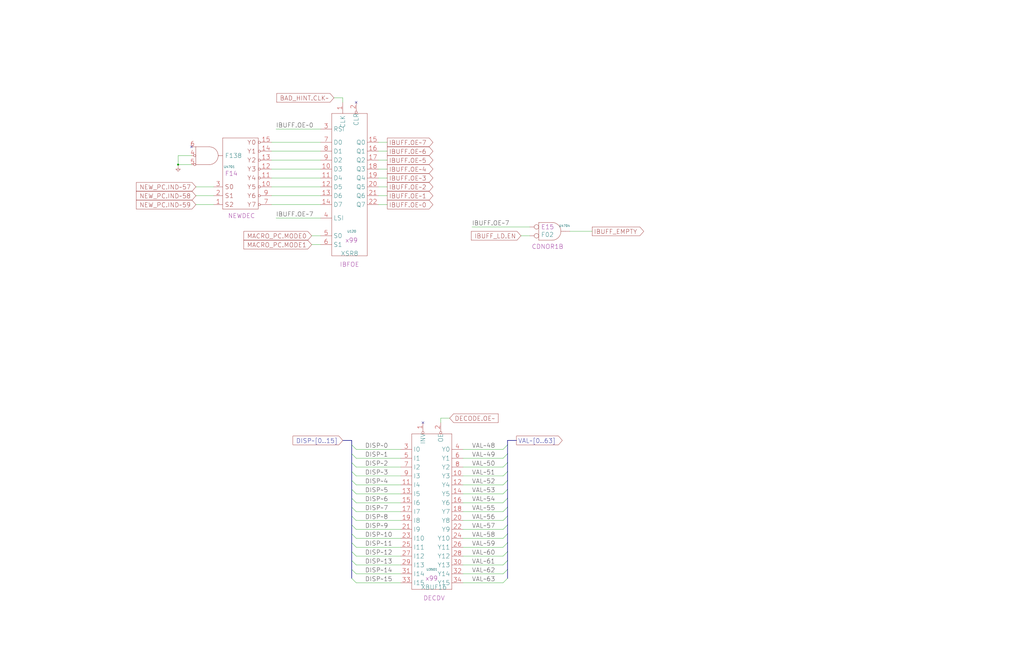
<source format=kicad_sch>
(kicad_sch (version 20230121) (generator eeschema)
  (paper "User" 584.2 378.46)
  (title_block (title "IBUFF OE'S & DISP SELECT") (date "22-MAY-90") (rev "1.0") (comment 1 "SEQUENCER") (comment 2 "232-003064") (comment 3 "S400") (comment 4 "RELEASED"))
  (lib_symbols
    (symbol "r1000:F02" (pin_numbers hide) (pin_names hide)
      (property "Reference" "U" (at 12.16 0.635 0))
      (property "Value" "F02" (at -1.27 -4.445 0))
      (property "Location" "___" (at 2.54 0 0))
      (property "Name" "______" (at 2.54 -12.7 0))
      (symbol "F02_0_1"
        (arc (start -3.81 -7.62) (mid -2.9847 -2.54) (end -3.81 2.54) (stroke (width 0.1524)))
        (polyline (pts (xy -5.08 -5.08) (xy -3.175 -5.08)) (stroke (width 0.1524)))
        (polyline (pts (xy -5.08 0) (xy -3.175 0)) (stroke (width 0.1524)))
        (polyline (pts (xy -3.81 -7.62) (xy 2.54 -7.62)) (stroke (width 0.1524)))
        (polyline (pts (xy -3.81 2.54) (xy 2.54 2.54)) (stroke (width 0.1524)))
        (polyline (pts (xy 13.97 -2.54) (xy 12.7 -2.54)) (stroke (width 0.1524)))
        (arc (start 2.54 -7.62) (mid 6.9515 -5.9823) (end 10.16 -2.54) (stroke (width 0.1524)))
        (arc (start 10.16 -2.54) (mid 6.9478 0.8966) (end 2.54 2.54) (stroke (width 0.1524)))
        (circle (center 11.43 -2.54) (radius 1.27) (stroke (width 0.1524)))
      )
      (symbol "F02_0_2"
        (circle (center -3.81 -5.08) (radius 1.27) (stroke (width 0.1524)))
        (circle (center -3.81 0) (radius 1.27) (stroke (width 0.1524)))
        (polyline (pts (xy -2.54 -7.62) (xy 5.08 -7.62)) (stroke (width 0.1524)))
        (polyline (pts (xy -2.54 2.54) (xy -2.54 -7.62)) (stroke (width 0.1524)))
        (polyline (pts (xy -2.54 2.54) (xy 5.08 2.54)) (stroke (width 0.1524)))
        (polyline (pts (xy 11.43 -2.54) (xy 10.16 -2.54)) (stroke (width 0.1524)))
        (polyline (pts (xy 11.43 -2.54) (xy 12.7 -2.54)) (stroke (width 0.1524)))
        (arc (start 5.08 -7.62) (mid 10.1282 -2.54) (end 5.08 2.54) (stroke (width 0.1524)))
      )
      (symbol "F02_1_1"
        (pin input line (at -7.62 0 0) (length 2.54) (name "D0") (number "1"))
        (pin input line (at -7.62 -5.08 0) (length 2.54) (name "D1") (number "2"))
        (pin output line (at 15.24 -2.54 180) (length 1.27) (name "Q") (number "3"))
      )
      (symbol "F02_1_2"
        (pin input line (at -7.62 0 0) (length 2.54) (name "D0") (number "1"))
        (pin input line (at -7.62 -5.08 0) (length 2.54) (name "D1") (number "2"))
        (pin output line (at 15.24 -2.54 180) (length 2.54) (name "Q") (number "3"))
      )
    )
    (symbol "r1000:F138" (pin_names (offset 1.016) hide)
      (property "Reference" "U" (at 1.27 3.81 0))
      (property "Value" "F138" (at -1.27 10.16 0))
      (property "Location" "___" (at -1.27 0 0))
      (property "Name" "______" (at 8.255 -24.13 0))
      (symbol "F138_0_0"
        (arc (start -10.16 5.08) (mid -6.5679 6.5679) (end -5.08 10.16) (stroke (width 0.1524)))
        (arc (start -5.08 10.16) (mid -6.5679 13.7521) (end -10.16 15.24) (stroke (width 0.1524)))
        (polyline (pts (xy -17.78 5.08) (xy -10.16 5.08)) (stroke (width 0.1524)))
        (polyline (pts (xy -17.78 15.24) (xy -10.16 15.24)) (stroke (width 0.1524)))
      )
      (symbol "F138_0_1"
        (circle (center -18.415 5.08) (radius 0.635) (stroke (width 0.1524)))
        (circle (center -18.415 10.16) (radius 0.635) (stroke (width 0.1524)))
        (rectangle (start -2.54 20.32) (end 17.78 -20.32) (stroke (width 0.1524)))
        (polyline (pts (xy -19.05 15.24) (xy -17.78 15.24)) (stroke (width 0.1524)))
        (polyline (pts (xy -17.78 15.24) (xy -17.78 5.08)) (stroke (width 0.1524)))
        (polyline (pts (xy -2.54 10.16) (xy -5.08 10.16)) (stroke (width 0.1524)))
      )
      (symbol "F138_1_1"
        (circle (center 18.415 -17.78) (radius 0.635))
        (circle (center 18.415 -12.7) (radius 0.635))
        (circle (center 18.415 -7.62) (radius 0.635))
        (circle (center 18.415 -2.54) (radius 0.635))
        (circle (center 18.415 2.54) (radius 0.635))
        (circle (center 18.415 7.62) (radius 0.635))
        (circle (center 18.415 12.7) (radius 0.635))
        (circle (center 18.415 17.78) (radius 0.635))
        (text "0" (at 2.54 -7.62 0) (effects (font (size 2.54 2.54))))
        (text "0" (at 15.24 17.78 0) (effects (font (size 2.54 2.54))))
        (text "1" (at 2.54 -12.7 0) (effects (font (size 2.54 2.54))))
        (text "1" (at 15.24 12.7 0) (effects (font (size 2.54 2.54))))
        (text "2" (at 2.54 -17.78 0) (effects (font (size 2.54 2.54))))
        (text "2" (at 15.24 7.62 0) (effects (font (size 2.54 2.54))))
        (text "3" (at 15.24 2.54 0) (effects (font (size 2.54 2.54))))
        (text "4" (at 15.24 -2.54 0) (effects (font (size 2.54 2.54))))
        (text "5" (at 15.24 -7.62 0) (effects (font (size 2.54 2.54))))
        (text "6" (at 15.24 -12.7 0) (effects (font (size 2.54 2.54))))
        (text "7" (at 15.24 -17.78 0) (effects (font (size 2.54 2.54))))
        (text "S" (at 0 -17.78 0) (effects (font (size 2.54 2.54))))
        (text "S" (at 0 -12.7 0) (effects (font (size 2.54 2.54))))
        (text "S" (at 0 -7.62 0) (effects (font (size 2.54 2.54))))
        (text "Y" (at 12.7 -17.78 0) (effects (font (size 2.54 2.54))))
        (text "Y" (at 12.7 -12.7 0) (effects (font (size 2.54 2.54))))
        (text "Y" (at 12.7 -7.62 0) (effects (font (size 2.54 2.54))))
        (text "Y" (at 12.7 -2.54 0) (effects (font (size 2.54 2.54))))
        (text "Y" (at 12.7 2.54 0) (effects (font (size 2.54 2.54))))
        (text "Y" (at 12.7 7.62 0) (effects (font (size 2.54 2.54))))
        (text "Y" (at 12.7 12.7 0) (effects (font (size 2.54 2.54))))
        (text "Y" (at 12.7 17.78 0) (effects (font (size 2.54 2.54))))
        (pin input line (at -7.62 -17.78 0) (length 5.08) (name "S2") (number "1"))
        (pin output line (at 25.4 -7.62 180) (length 6.35) (name "Y5_") (number "10"))
        (pin output line (at 25.4 -2.54 180) (length 6.35) (name "Y4_") (number "11"))
        (pin output line (at 25.4 2.54 180) (length 6.35) (name "Y3_") (number "12"))
        (pin output line (at 25.4 7.62 180) (length 6.35) (name "Y2_") (number "13"))
        (pin output line (at 25.4 12.7 180) (length 6.35) (name "Y1_") (number "14"))
        (pin output line (at 25.4 17.78 180) (length 6.35) (name "Y0_") (number "15"))
        (pin input line (at -7.62 -12.7 0) (length 5.08) (name "S1") (number "2"))
        (pin input line (at -7.62 -7.62 0) (length 5.08) (name "S0") (number "3"))
        (pin input line (at -20.32 10.16 0) (length 1.27) (name "D1") (number "4"))
        (pin input line (at -20.32 5.08 0) (length 1.27) (name "D2") (number "5"))
        (pin input line (at -20.32 15.24 0) (length 1.27) (name "D0") (number "6"))
        (pin output line (at 25.4 -17.78 180) (length 6.35) (name "Y7_") (number "7"))
        (pin output line (at 25.4 -12.7 180) (length 6.35) (name "Y6_") (number "9"))
      )
    )
    (symbol "r1000:PD" (power) (pin_numbers hide) (pin_names hide) (in_bom no)
      (symbol "PD_0_1"
        (polyline (pts (xy 0 -2.54) (xy 1.27 -2.54) (xy 0 -3.81) (xy -1.27 -2.54) (xy 0 -2.54)) (stroke (width 0.1524)))
      )
      (symbol "PD_1_1"
        (pin power_in line (at 0 0 270) (length 2.54) (name "PD") (number "1"))
      )
    )
    (symbol "r1000:XBUF16" (pin_names (offset 1.016))
      (property "Reference" "U" (at 2.54 5.08 0))
      (property "Value" "XBUF16" (at -3.81 -5.08 0))
      (property "Location" "___" (at -1.27 0 0))
      (property "Name" "______" (at 3.81 -12.7 0))
      (symbol "XBUF16_1_1"
        (rectangle (start -8.89 82.55) (end 13.97 -6.35))
        (circle (center -2.54 83.185) (radius 0.635))
        (circle (center 7.62 83.185) (radius 0.635))
        (pin input line (at -2.54 88.9 270) (length 5.08) (name "INV") (number "1"))
        (pin tri_state line (at 20.32 58.42 180) (length 6.35) (name "Y3") (number "10"))
        (pin input line (at -15.24 53.34 0) (length 6.35) (name "I4") (number "11"))
        (pin tri_state line (at 20.32 53.34 180) (length 6.35) (name "Y4") (number "12"))
        (pin input line (at -15.24 48.26 0) (length 6.35) (name "I5") (number "13"))
        (pin tri_state line (at 20.32 48.26 180) (length 6.35) (name "Y5") (number "14"))
        (pin input line (at -15.24 43.18 0) (length 6.35) (name "I6") (number "15"))
        (pin tri_state line (at 20.32 43.18 180) (length 6.35) (name "Y6") (number "16"))
        (pin input line (at -15.24 38.1 0) (length 6.35) (name "I7") (number "17"))
        (pin tri_state line (at 20.32 38.1 180) (length 6.35) (name "Y7") (number "18"))
        (pin input line (at -15.24 33.02 0) (length 6.35) (name "I8") (number "19"))
        (pin input line (at 7.62 88.9 270) (length 5.08) (name "OE") (number "2"))
        (pin tri_state line (at 20.32 33.02 180) (length 6.35) (name "Y8") (number "20"))
        (pin input line (at -15.24 27.94 0) (length 6.35) (name "I9") (number "21"))
        (pin tri_state line (at 20.32 27.94 180) (length 6.35) (name "Y9") (number "22"))
        (pin input line (at -15.24 22.86 0) (length 6.35) (name "I10") (number "23"))
        (pin tri_state line (at 20.32 22.86 180) (length 6.35) (name "Y10") (number "24"))
        (pin input line (at -15.24 17.78 0) (length 6.35) (name "I11") (number "25"))
        (pin tri_state line (at 20.32 17.78 180) (length 6.35) (name "Y11") (number "26"))
        (pin input line (at -15.24 12.7 0) (length 6.35) (name "I12") (number "27"))
        (pin tri_state line (at 20.32 12.7 180) (length 6.35) (name "Y12") (number "28"))
        (pin input line (at -15.24 7.62 0) (length 6.35) (name "I13") (number "29"))
        (pin input line (at -15.24 73.66 0) (length 6.35) (name "I0") (number "3"))
        (pin tri_state line (at 20.32 7.62 180) (length 6.35) (name "Y13") (number "30"))
        (pin input line (at -15.24 2.54 0) (length 6.35) (name "I14") (number "31"))
        (pin tri_state line (at 20.32 2.54 180) (length 6.35) (name "Y14") (number "32"))
        (pin input line (at -15.24 -2.54 0) (length 6.35) (name "I15") (number "33"))
        (pin tri_state line (at 20.32 -2.54 180) (length 6.35) (name "Y15") (number "34"))
        (pin tri_state line (at 20.32 73.66 180) (length 6.35) (name "Y0") (number "4"))
        (pin input line (at -15.24 68.58 0) (length 6.35) (name "I1") (number "5"))
        (pin tri_state line (at 20.32 68.58 180) (length 6.35) (name "Y1") (number "6"))
        (pin input line (at -15.24 63.5 0) (length 6.35) (name "I2") (number "7"))
        (pin tri_state line (at 20.32 63.5 180) (length 6.35) (name "Y2") (number "8"))
        (pin input line (at -15.24 58.42 0) (length 6.35) (name "I3") (number "9"))
      )
    )
    (symbol "r1000:XSR8" (pin_names (offset 1.016))
      (property "Reference" "U" (at 2.54 5.08 0))
      (property "Value" "XSR8" (at -3.81 -7.62 0))
      (property "Location" "___" (at -1.27 0 0))
      (property "Name" "______" (at 1.27 -15.24 0))
      (symbol "XSR8_1_1"
        (rectangle (start -8.89 72.39) (end 11.43 -8.89))
        (circle (center 5.08 73.025) (radius 0.635))
        (pin input line (at -2.54 78.74 270) (length 6.35) (name "CLK") (number "1"))
        (pin input line (at -15.24 40.64 0) (length 6.35) (name "D3") (number "10"))
        (pin input line (at -15.24 35.56 0) (length 6.35) (name "D4") (number "11"))
        (pin input line (at -15.24 30.48 0) (length 6.35) (name "D5") (number "12"))
        (pin input line (at -15.24 25.4 0) (length 6.35) (name "D6") (number "13"))
        (pin input line (at -15.24 20.32 0) (length 6.35) (name "D7") (number "14"))
        (pin output line (at 17.78 55.88 180) (length 6.35) (name "Q0") (number "15"))
        (pin output line (at 17.78 50.8 180) (length 6.35) (name "Q1") (number "16"))
        (pin output line (at 17.78 45.72 180) (length 6.35) (name "Q2") (number "17"))
        (pin output line (at 17.78 40.64 180) (length 6.35) (name "Q3") (number "18"))
        (pin output line (at 17.78 35.56 180) (length 6.35) (name "Q4") (number "19"))
        (pin input line (at 5.08 78.74 270) (length 5.08) (name "CLR") (number "2"))
        (pin output line (at 17.78 30.48 180) (length 6.35) (name "Q5") (number "20"))
        (pin output line (at 17.78 25.4 180) (length 6.35) (name "Q6") (number "21"))
        (pin output line (at 17.78 20.32 180) (length 6.35) (name "Q7") (number "22"))
        (pin input line (at -15.24 63.5 0) (length 6.35) (name "RSI") (number "3"))
        (pin input line (at -15.24 12.7 0) (length 6.35) (name "LSI") (number "4"))
        (pin input line (at -15.24 2.54 0) (length 6.35) (name "S0") (number "5"))
        (pin input line (at -15.24 -2.54 0) (length 6.35) (name "S1") (number "6"))
        (pin input line (at -15.24 55.88 0) (length 6.35) (name "D0") (number "7"))
        (pin input line (at -15.24 50.8 0) (length 6.35) (name "D1") (number "8"))
        (pin input line (at -15.24 45.72 0) (length 6.35) (name "D2") (number "9"))
      )
    )
  )
  (junction (at 101.6 93.98))
  (no_connect (at 241.3 241.3))
  (no_connect (at 203.2 58.42))
  (no_connect (at 109.22 83.82))
  (bus_entry (at 289.56 299.72) (size -2.54 2.54))
  (bus_entry (at 289.56 289.56) (size -2.54 2.54))
  (bus_entry (at 289.56 264.16) (size -2.54 2.54))
  (bus_entry (at 200.66 320.04) (size 2.54 2.54))
  (bus_entry (at 200.66 269.24) (size 2.54 2.54))
  (bus_entry (at 289.56 330.2) (size -2.54 2.54))
  (bus_entry (at 200.66 330.2) (size 2.54 2.54))
  (bus_entry (at 200.66 314.96) (size 2.54 2.54))
  (bus_entry (at 200.66 299.72) (size 2.54 2.54))
  (bus_entry (at 289.56 279.4) (size -2.54 2.54))
  (bus_entry (at 289.56 320.04) (size -2.54 2.54))
  (bus_entry (at 289.56 254) (size -2.54 2.54))
  (bus_entry (at 289.56 325.12) (size -2.54 2.54))
  (bus_entry (at 289.56 274.32) (size -2.54 2.54))
  (bus_entry (at 200.66 279.4) (size 2.54 2.54))
  (bus_entry (at 200.66 284.48) (size 2.54 2.54))
  (bus_entry (at 200.66 264.16) (size 2.54 2.54))
  (bus_entry (at 289.56 294.64) (size -2.54 2.54))
  (bus_entry (at 200.66 304.8) (size 2.54 2.54))
  (bus_entry (at 200.66 254) (size 2.54 2.54))
  (bus_entry (at 200.66 274.32) (size 2.54 2.54))
  (bus_entry (at 289.56 269.24) (size -2.54 2.54))
  (bus_entry (at 200.66 309.88) (size 2.54 2.54))
  (bus_entry (at 289.56 314.96) (size -2.54 2.54))
  (bus_entry (at 289.56 259.08) (size -2.54 2.54))
  (bus_entry (at 289.56 284.48) (size -2.54 2.54))
  (bus_entry (at 200.66 259.08) (size 2.54 2.54))
  (bus_entry (at 200.66 289.56) (size 2.54 2.54))
  (bus_entry (at 289.56 309.88) (size -2.54 2.54))
  (bus_entry (at 289.56 304.8) (size -2.54 2.54))
  (bus_entry (at 200.66 294.64) (size 2.54 2.54))
  (bus_entry (at 200.66 325.12) (size 2.54 2.54))
  (bus (pts (xy 289.56 279.4) (xy 289.56 284.48)))
  (bus (pts (xy 289.56 254) (xy 289.56 259.08)))
  (wire (pts (xy 203.2 297.18) (xy 228.6 297.18)))
  (bus (pts (xy 289.56 269.24) (xy 289.56 274.32)))
  (bus (pts (xy 289.56 251.46) (xy 289.56 254)))
  (bus (pts (xy 289.56 304.8) (xy 289.56 309.88)))
  (wire (pts (xy 203.2 281.94) (xy 228.6 281.94)))
  (bus (pts (xy 289.56 284.48) (xy 289.56 289.56)))
  (wire (pts (xy 215.9 106.68) (xy 220.98 106.68)))
  (wire (pts (xy 203.2 317.5) (xy 228.6 317.5)))
  (wire (pts (xy 256.54 238.76) (xy 251.46 238.76)))
  (bus (pts (xy 200.66 309.88) (xy 200.66 314.96)))
  (wire (pts (xy 264.16 281.94) (xy 287.02 281.94)))
  (bus (pts (xy 200.66 251.46) (xy 200.66 254)))
  (wire (pts (xy 203.2 307.34) (xy 228.6 307.34)))
  (wire (pts (xy 264.16 276.86) (xy 287.02 276.86)))
  (wire (pts (xy 111.76 111.76) (xy 121.92 111.76)))
  (wire (pts (xy 111.76 116.84) (xy 121.92 116.84)))
  (bus (pts (xy 200.66 254) (xy 200.66 259.08)))
  (wire (pts (xy 203.2 312.42) (xy 228.6 312.42)))
  (bus (pts (xy 200.66 259.08) (xy 200.66 264.16)))
  (wire (pts (xy 215.9 86.36) (xy 220.98 86.36)))
  (wire (pts (xy 154.94 81.28) (xy 182.88 81.28)))
  (wire (pts (xy 264.16 327.66) (xy 287.02 327.66)))
  (wire (pts (xy 264.16 271.78) (xy 287.02 271.78)))
  (wire (pts (xy 264.16 322.58) (xy 287.02 322.58)))
  (bus (pts (xy 294.64 251.46) (xy 289.56 251.46)))
  (bus (pts (xy 289.56 320.04) (xy 289.56 325.12)))
  (wire (pts (xy 264.16 302.26) (xy 287.02 302.26)))
  (wire (pts (xy 154.94 96.52) (xy 182.88 96.52)))
  (bus (pts (xy 195.58 251.46) (xy 200.66 251.46)))
  (wire (pts (xy 264.16 312.42) (xy 287.02 312.42)))
  (wire (pts (xy 215.9 81.28) (xy 220.98 81.28)))
  (wire (pts (xy 215.9 101.6) (xy 220.98 101.6)))
  (wire (pts (xy 190.5 55.88) (xy 195.58 55.88)))
  (wire (pts (xy 325.12 132.08) (xy 337.82 132.08)))
  (bus (pts (xy 200.66 294.64) (xy 200.66 299.72)))
  (wire (pts (xy 264.16 332.74) (xy 287.02 332.74)))
  (bus (pts (xy 200.66 264.16) (xy 200.66 269.24)))
  (wire (pts (xy 154.94 116.84) (xy 182.88 116.84)))
  (bus (pts (xy 200.66 320.04) (xy 200.66 325.12)))
  (wire (pts (xy 177.8 134.62) (xy 182.88 134.62)))
  (wire (pts (xy 215.9 111.76) (xy 220.98 111.76)))
  (bus (pts (xy 289.56 299.72) (xy 289.56 304.8)))
  (wire (pts (xy 264.16 256.54) (xy 287.02 256.54)))
  (wire (pts (xy 264.16 287.02) (xy 287.02 287.02)))
  (bus (pts (xy 289.56 325.12) (xy 289.56 330.2)))
  (wire (pts (xy 203.2 287.02) (xy 228.6 287.02)))
  (bus (pts (xy 289.56 264.16) (xy 289.56 269.24)))
  (wire (pts (xy 111.76 106.68) (xy 121.92 106.68)))
  (wire (pts (xy 264.16 297.18) (xy 287.02 297.18)))
  (wire (pts (xy 203.2 261.62) (xy 228.6 261.62)))
  (bus (pts (xy 200.66 269.24) (xy 200.66 274.32)))
  (wire (pts (xy 264.16 261.62) (xy 287.02 261.62)))
  (wire (pts (xy 215.9 91.44) (xy 220.98 91.44)))
  (wire (pts (xy 154.94 111.76) (xy 182.88 111.76)))
  (wire (pts (xy 264.16 307.34) (xy 287.02 307.34)))
  (wire (pts (xy 203.2 276.86) (xy 228.6 276.86)))
  (wire (pts (xy 203.2 332.74) (xy 228.6 332.74)))
  (wire (pts (xy 264.16 292.1) (xy 287.02 292.1)))
  (wire (pts (xy 203.2 266.7) (xy 228.6 266.7)))
  (wire (pts (xy 203.2 302.26) (xy 228.6 302.26)))
  (bus (pts (xy 289.56 274.32) (xy 289.56 279.4)))
  (wire (pts (xy 297.18 134.62) (xy 302.26 134.62)))
  (wire (pts (xy 157.48 124.46) (xy 182.88 124.46)))
  (wire (pts (xy 269.24 129.54) (xy 302.26 129.54)))
  (wire (pts (xy 264.16 317.5) (xy 287.02 317.5)))
  (wire (pts (xy 157.48 73.66) (xy 182.88 73.66)))
  (wire (pts (xy 154.94 91.44) (xy 182.88 91.44)))
  (wire (pts (xy 154.94 86.36) (xy 182.88 86.36)))
  (wire (pts (xy 203.2 256.54) (xy 228.6 256.54)))
  (wire (pts (xy 109.22 88.9) (xy 101.6 88.9)))
  (bus (pts (xy 200.66 279.4) (xy 200.66 284.48)))
  (wire (pts (xy 154.94 101.6) (xy 182.88 101.6)))
  (bus (pts (xy 289.56 259.08) (xy 289.56 264.16)))
  (wire (pts (xy 177.8 139.7) (xy 182.88 139.7)))
  (wire (pts (xy 203.2 271.78) (xy 228.6 271.78)))
  (wire (pts (xy 215.9 116.84) (xy 220.98 116.84)))
  (wire (pts (xy 154.94 106.68) (xy 182.88 106.68)))
  (wire (pts (xy 195.58 55.88) (xy 195.58 58.42)))
  (bus (pts (xy 200.66 314.96) (xy 200.66 320.04)))
  (bus (pts (xy 289.56 289.56) (xy 289.56 294.64)))
  (bus (pts (xy 200.66 289.56) (xy 200.66 294.64)))
  (wire (pts (xy 203.2 322.58) (xy 228.6 322.58)))
  (wire (pts (xy 215.9 96.52) (xy 220.98 96.52)))
  (bus (pts (xy 200.66 325.12) (xy 200.66 330.2)))
  (wire (pts (xy 203.2 292.1) (xy 228.6 292.1)))
  (bus (pts (xy 289.56 314.96) (xy 289.56 320.04)))
  (wire (pts (xy 203.2 327.66) (xy 228.6 327.66)))
  (bus (pts (xy 200.66 299.72) (xy 200.66 304.8)))
  (wire (pts (xy 251.46 238.76) (xy 251.46 241.3)))
  (bus (pts (xy 200.66 304.8) (xy 200.66 309.88)))
  (wire (pts (xy 101.6 93.98) (xy 109.22 93.98)))
  (wire (pts (xy 264.16 266.7) (xy 287.02 266.7)))
  (bus (pts (xy 200.66 274.32) (xy 200.66 279.4)))
  (bus (pts (xy 200.66 284.48) (xy 200.66 289.56)))
  (wire (pts (xy 101.6 88.9) (xy 101.6 93.98)))
  (bus (pts (xy 289.56 309.88) (xy 289.56 314.96)))
  (bus (pts (xy 289.56 294.64) (xy 289.56 299.72)))
  (label "DISP~9" (at 208.28 302.26 0) (effects (font (size 2.54 2.54))))
  (label "VAL~54" (at 269.24 287.02 0) (effects (font (size 2.54 2.54))))
  (label "DISP~11" (at 208.28 312.42 0) (effects (font (size 2.54 2.54))))
  (label "DISP~5" (at 208.28 281.94 0) (effects (font (size 2.54 2.54))))
  (label "VAL~50" (at 269.24 266.7 0) (effects (font (size 2.54 2.54))))
  (label "DISP~3" (at 208.28 271.78 0) (effects (font (size 2.54 2.54))))
  (label "VAL~60" (at 269.24 317.5 0) (effects (font (size 2.54 2.54))))
  (label "DISP~15" (at 208.28 332.74 0) (effects (font (size 2.54 2.54))))
  (label "DISP~13" (at 208.28 322.58 0) (effects (font (size 2.54 2.54))))
  (label "DISP~14" (at 208.28 327.66 0) (effects (font (size 2.54 2.54))))
  (label "VAL~61" (at 269.24 322.58 0) (effects (font (size 2.54 2.54))))
  (label "VAL~63" (at 269.24 332.74 0) (effects (font (size 2.54 2.54))))
  (label "VAL~49" (at 269.24 261.62 0) (effects (font (size 2.54 2.54))))
  (label "VAL~58" (at 269.24 307.34 0) (effects (font (size 2.54 2.54))))
  (label "DISP~0" (at 208.28 256.54 0) (effects (font (size 2.54 2.54))))
  (label "VAL~57" (at 269.24 302.26 0) (effects (font (size 2.54 2.54))))
  (label "DISP~10" (at 208.28 307.34 0) (effects (font (size 2.54 2.54))))
  (label "VAL~56" (at 269.24 297.18 0) (effects (font (size 2.54 2.54))))
  (label "DISP~1" (at 208.28 261.62 0) (effects (font (size 2.54 2.54))))
  (label "IBUFF.OE~7" (at 269.24 129.54 0) (effects (font (size 2.54 2.54))))
  (label "VAL~62" (at 269.24 327.66 0) (effects (font (size 2.54 2.54))))
  (label "DISP~8" (at 208.28 297.18 0) (effects (font (size 2.54 2.54))))
  (label "DISP~2" (at 208.28 266.7 0) (effects (font (size 2.54 2.54))))
  (label "VAL~55" (at 269.24 292.1 0) (effects (font (size 2.54 2.54))))
  (label "DISP~7" (at 208.28 292.1 0) (effects (font (size 2.54 2.54))))
  (label "VAL~48" (at 269.24 256.54 0) (effects (font (size 2.54 2.54))))
  (label "DISP~6" (at 208.28 287.02 0) (effects (font (size 2.54 2.54))))
  (label "VAL~59" (at 269.24 312.42 0) (effects (font (size 2.54 2.54))))
  (label "VAL~52" (at 269.24 276.86 0) (effects (font (size 2.54 2.54))))
  (label "VAL~53" (at 269.24 281.94 0) (effects (font (size 2.54 2.54))))
  (label "DISP~4" (at 208.28 276.86 0) (effects (font (size 2.54 2.54))))
  (label "IBUFF.OE~7" (at 157.48 124.46 0) (effects (font (size 2.54 2.54))))
  (label "DISP~12" (at 208.28 317.5 0) (effects (font (size 2.54 2.54))))
  (label "IBUFF.OE~0" (at 157.48 73.66 0) (effects (font (size 2.54 2.54))))
  (label "VAL~51" (at 269.24 271.78 0) (effects (font (size 2.54 2.54))))
  (global_label "IBUFF.OE~1" (shape output) (at 220.98 111.76 0) (effects (font (size 2.54 2.54))) (property "Intersheetrefs" "${INTERSHEET_REFS}" (at 247.83 111.76 0) (effects (justify left))))
  (global_label "NEW_PC.IND~59" (shape input) (at 111.76 116.84 180) (effects (font (size 2.54 2.54))) (property "Intersheetrefs" "${INTERSHEET_REFS}" (at 77.7845 116.6813 0) (effects (font (size 1.905 1.905)) (justify right))))
  (global_label "BAD_HINT.CLK~" (shape input) (at 190.5 55.88 180) (effects (font (size 2.54 2.54))) (property "Intersheetrefs" "${INTERSHEET_REFS}" (at 157.855 55.7213 0) (effects (font (size 1.905 1.905)) (justify right))))
  (global_label "IBUFF.OE~5" (shape output) (at 220.98 91.44 0) (effects (font (size 2.54 2.54))) (property "Intersheetrefs" "${INTERSHEET_REFS}" (at 247.83 91.44 0) (effects (justify left))))
  (global_label "MACRO_PC.MODE0" (shape input) (at 177.8 134.62 180) (effects (font (size 2.54 2.54))) (property "Intersheetrefs" "${INTERSHEET_REFS}" (at 139.1073 134.4613 0) (effects (font (size 1.905 1.905)) (justify right))))
  (global_label "DISP~[0..15]" (shape input) (at 195.58 251.46 180) (effects (font (size 2.54 2.54))) (property "Intersheetrefs" "${INTERSHEET_REFS}" (at 167.1683 251.3013 0) (effects (font (size 1.905 1.905)) (justify right))))
  (global_label "IBUFF_LD.EN" (shape input) (at 297.18 134.62 180) (effects (font (size 2.54 2.54))) (property "Intersheetrefs" "${INTERSHEET_REFS}" (at 268.8892 134.4613 0) (effects (font (size 1.905 1.905)) (justify right))))
  (global_label "DECODE.OE~" (shape input) (at 256.54 238.76 0) (effects (font (size 2.54 2.54))) (property "Intersheetrefs" "${INTERSHEET_REFS}" (at 284.226 238.6013 0) (effects (font (size 1.905 1.905)) (justify left))))
  (global_label "IBUFF.OE~0" (shape output) (at 220.98 116.84 0) (effects (font (size 2.54 2.54))) (property "Intersheetrefs" "${INTERSHEET_REFS}" (at 247.83 116.84 0) (effects (justify left))))
  (global_label "IBUFF.OE~3" (shape output) (at 220.98 101.6 0) (effects (font (size 2.54 2.54))) (property "Intersheetrefs" "${INTERSHEET_REFS}" (at 247.83 101.6 0) (effects (justify left))))
  (global_label "IBUFF.OE~4" (shape output) (at 220.98 96.52 0) (effects (font (size 2.54 2.54))) (property "Intersheetrefs" "${INTERSHEET_REFS}" (at 247.83 96.52 0) (effects (justify left))))
  (global_label "IBUFF_EMPTY" (shape output) (at 337.82 132.08 0) (effects (font (size 2.54 2.54))) (property "Intersheetrefs" "${INTERSHEET_REFS}" (at 367.1993 131.9213 0) (effects (font (size 1.905 1.905)) (justify left))))
  (global_label "NEW_PC.IND~57" (shape input) (at 111.76 106.68 180) (effects (font (size 2.54 2.54))) (property "Intersheetrefs" "${INTERSHEET_REFS}" (at 77.7845 106.5213 0) (effects (font (size 1.905 1.905)) (justify right))))
  (global_label "IBUFF.OE~2" (shape output) (at 220.98 106.68 0) (effects (font (size 2.54 2.54))) (property "Intersheetrefs" "${INTERSHEET_REFS}" (at 247.83 106.68 0) (effects (justify left))))
  (global_label "NEW_PC.IND~58" (shape input) (at 111.76 111.76 180) (effects (font (size 2.54 2.54))) (property "Intersheetrefs" "${INTERSHEET_REFS}" (at 77.7845 111.6013 0) (effects (font (size 1.905 1.905)) (justify right))))
  (global_label "MACRO_PC.MODE1" (shape input) (at 177.8 139.7 180) (effects (font (size 2.54 2.54))) (property "Intersheetrefs" "${INTERSHEET_REFS}" (at 139.1073 139.5413 0) (effects (font (size 1.905 1.905)) (justify right))))
  (global_label "IBUFF.OE~7" (shape output) (at 220.98 81.28 0) (effects (font (size 2.54 2.54))) (property "Intersheetrefs" "${INTERSHEET_REFS}" (at 247.83 81.28 0) (effects (justify left))))
  (global_label "IBUFF.OE~6" (shape output) (at 220.98 86.36 0) (effects (font (size 2.54 2.54))) (property "Intersheetrefs" "${INTERSHEET_REFS}" (at 247.83 86.36 0) (effects (justify left))))
  (global_label "VAL~[0..63]" (shape output) (at 294.64 251.46 0) (effects (font (size 2.54 2.54))) (property "Intersheetrefs" "${INTERSHEET_REFS}" (at 321.1346 251.3013 0) (effects (font (size 1.905 1.905)) (justify left))))
  (symbol (lib_id "r1000:F138") (at 129.54 99.06 0) (unit 1)
    (property "Reference" "U4701" (at 130.81 95.25 0))
    (property "Value" "F138" (at 128.27 88.9 0) (effects (font (size 2.54 2.54)) (justify left)))
    (property "Location" "F14" (at 128.27 99.06 0) (effects (font (size 2.54 2.54)) (justify left)))
    (property "Name" "NEWDEC" (at 137.795 123.19 0) (effects (font (size 2.54 2.54))))
  )
  (symbol (lib_id "r1000:PD") (at 101.6 93.98 0) (unit 1) (in_bom no)
    (property "Reference" "#PWR04701" (effects hide))
    (property "Value" "PD" (effects hide))
  )
  (symbol (lib_id "r1000:F02") (at 309.88 129.54 0) (unit 1) (convert 2)
    (property "Reference" "U4704" (at 322.04 128.905 0))
    (property "Value" "F02" (at 308.61 133.985 0) (effects (font (size 2.54 2.54)) (justify left)))
    (property "Location" "E15" (at 312.42 129.54 0) (effects (font (size 2.54 2.54))))
    (property "Name" "CDNOR1B" (at 312.42 142.24 0) (effects (font (size 2.54 2.54)) (justify bottom)))
  )
  (symbol (lib_id "r1000:XBUF16") (at 243.84 330.2 0) (unit 1)
    (property "Reference" "U3501" (at 246.38 325.12 0))
    (property "Value" "XBUF16" (at 240.03 335.28 0) (effects (font (size 2.54 2.54)) (justify left)))
    (property "Location" "x99" (at 242.57 330.2 0) (effects (font (size 2.54 2.54)) (justify left)))
    (property "Name" "DECDV" (at 247.65 342.9 0) (effects (font (size 2.54 2.54)) (justify bottom)))
  )
  (symbol (lib_id "r1000:XSR8") (at 198.12 137.16 0) (unit 1)
    (property "Reference" "U120" (at 200.66 132.08 0))
    (property "Value" "XSR8" (at 194.31 144.78 0) (effects (font (size 2.54 2.54)) (justify left)))
    (property "Location" "x99" (at 196.85 137.16 0) (effects (font (size 2.54 2.54)) (justify left)))
    (property "Name" "IBFOE" (at 199.39 152.4 0) (effects (font (size 2.54 2.54)) (justify bottom)))
  )
)
</source>
